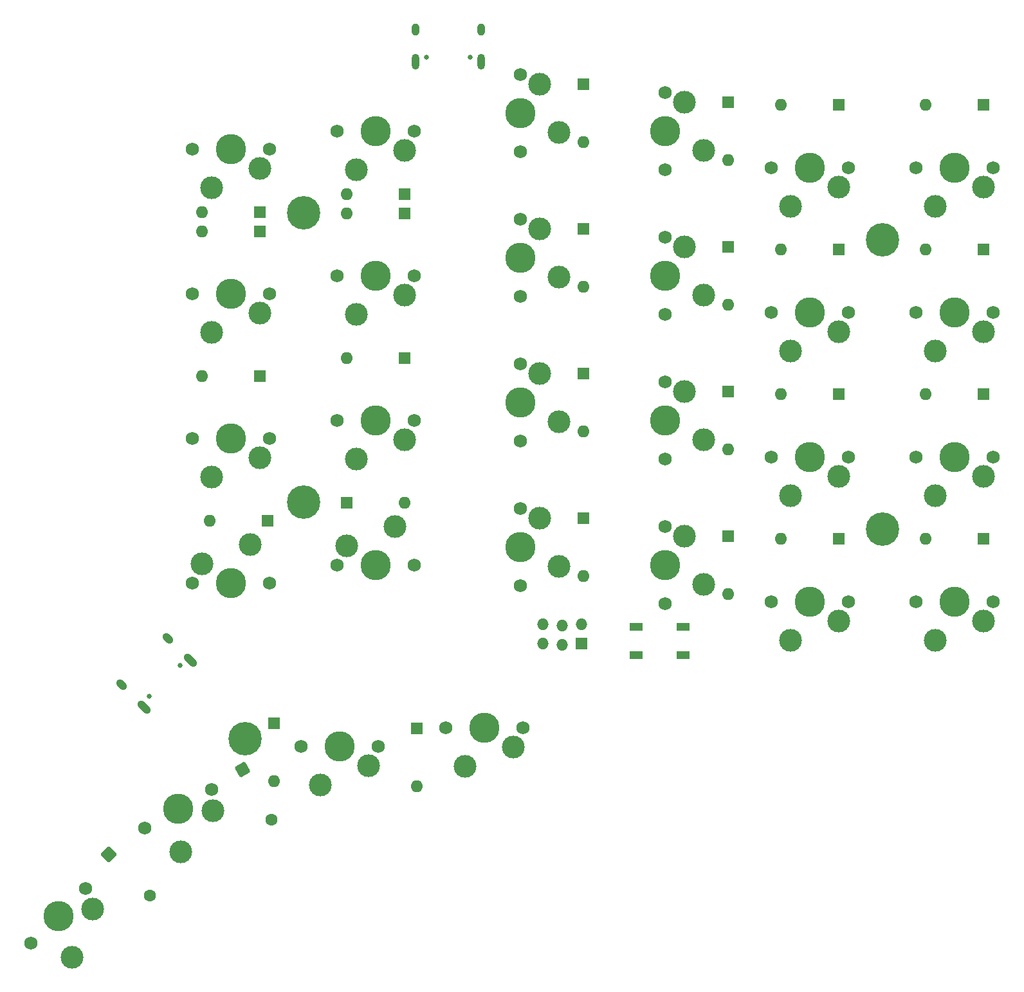
<source format=gbr>
%TF.GenerationSoftware,KiCad,Pcbnew,(6.0.7)*%
%TF.CreationDate,2022-09-06T15:05:26+03:00*%
%TF.ProjectId,retina-right,72657469-6e61-42d7-9269-6768742e6b69,1.0*%
%TF.SameCoordinates,Original*%
%TF.FileFunction,Soldermask,Top*%
%TF.FilePolarity,Negative*%
%FSLAX46Y46*%
G04 Gerber Fmt 4.6, Leading zero omitted, Abs format (unit mm)*
G04 Created by KiCad (PCBNEW (6.0.7)) date 2022-09-06 15:05:26*
%MOMM*%
%LPD*%
G01*
G04 APERTURE LIST*
G04 Aperture macros list*
%AMRoundRect*
0 Rectangle with rounded corners*
0 $1 Rounding radius*
0 $2 $3 $4 $5 $6 $7 $8 $9 X,Y pos of 4 corners*
0 Add a 4 corners polygon primitive as box body*
4,1,4,$2,$3,$4,$5,$6,$7,$8,$9,$2,$3,0*
0 Add four circle primitives for the rounded corners*
1,1,$1+$1,$2,$3*
1,1,$1+$1,$4,$5*
1,1,$1+$1,$6,$7*
1,1,$1+$1,$8,$9*
0 Add four rect primitives between the rounded corners*
20,1,$1+$1,$2,$3,$4,$5,0*
20,1,$1+$1,$4,$5,$6,$7,0*
20,1,$1+$1,$6,$7,$8,$9,0*
20,1,$1+$1,$8,$9,$2,$3,0*%
%AMHorizOval*
0 Thick line with rounded ends*
0 $1 width*
0 $2 $3 position (X,Y) of the first rounded end (center of the circle)*
0 $4 $5 position (X,Y) of the second rounded end (center of the circle)*
0 Add line between two ends*
20,1,$1,$2,$3,$4,$5,0*
0 Add two circle primitives to create the rounded ends*
1,1,$1,$2,$3*
1,1,$1,$4,$5*%
G04 Aperture macros list end*
%ADD10C,3.000000*%
%ADD11C,1.750000*%
%ADD12C,3.987800*%
%ADD13R,1.800000X1.100000*%
%ADD14R,1.524000X1.524000*%
%ADD15O,1.524000X1.524000*%
%ADD16C,0.700000*%
%ADD17C,4.400000*%
%ADD18RoundRect,0.240000X-0.560000X0.560000X-0.560000X-0.560000X0.560000X-0.560000X0.560000X0.560000X0*%
%ADD19O,1.600000X1.600000*%
%ADD20RoundRect,0.240000X0.560000X0.560000X-0.560000X0.560000X-0.560000X-0.560000X0.560000X-0.560000X0*%
%ADD21RoundRect,0.240000X-0.764974X0.204974X-0.204974X-0.764974X0.764974X-0.204974X0.204974X0.764974X0*%
%ADD22HorizOval,1.600000X0.000000X0.000000X0.000000X0.000000X0*%
%ADD23C,0.650000*%
%ADD24HorizOval,1.000000X-0.388909X0.388909X0.388909X-0.388909X0*%
%ADD25HorizOval,1.000000X-0.212132X0.212132X0.212132X-0.212132X0*%
%ADD26RoundRect,0.240000X-0.560000X-0.560000X0.560000X-0.560000X0.560000X0.560000X-0.560000X0.560000X0*%
%ADD27O,1.000000X1.600000*%
%ADD28O,1.000000X2.100000*%
%ADD29RoundRect,0.240000X-0.791960X0.000000X0.000000X-0.791960X0.791960X0.000000X0.000000X0.791960X0*%
%ADD30HorizOval,1.600000X0.000000X0.000000X0.000000X0.000000X0*%
G04 APERTURE END LIST*
D10*
%TO.C,MX23*%
X126889486Y-164405256D03*
D11*
X130948600Y-156195847D03*
X122149782Y-161275847D03*
D12*
X126549191Y-158735847D03*
D10*
X131118748Y-159030552D03*
%TD*%
%TO.C,MX26*%
X130962457Y-115093699D03*
D11*
X138582457Y-110013699D03*
X128422457Y-110013699D03*
D12*
X133502457Y-110013699D03*
D10*
X137312457Y-112553699D03*
%TD*%
D11*
%TO.C,MX9*%
X190652736Y-74612500D03*
D10*
X195732736Y-72072500D03*
D12*
X190652736Y-69532500D03*
D10*
X193192736Y-65722500D03*
D11*
X190652736Y-64452500D03*
%TD*%
D10*
%TO.C,MX12*%
X193192736Y-122872500D03*
D11*
X190652736Y-131762500D03*
X190652736Y-121602500D03*
D12*
X190652736Y-126682500D03*
D10*
X195732736Y-129222500D03*
%TD*%
D12*
%TO.C,MX17*%
X171602406Y-124301199D03*
D11*
X171602406Y-129381199D03*
X171602406Y-119221199D03*
D10*
X176682406Y-126841199D03*
X174142406Y-120491199D03*
%TD*%
D11*
%TO.C,MX2*%
X233832736Y-93345000D03*
D10*
X232562736Y-95885000D03*
D12*
X228752736Y-93345000D03*
D10*
X226212736Y-98425000D03*
D11*
X223672736Y-93345000D03*
%TD*%
D12*
%TO.C,MX28*%
X110755191Y-172880063D03*
D11*
X114347293Y-169287961D03*
D10*
X115245319Y-171982037D03*
D11*
X107163089Y-176472165D03*
D10*
X112551242Y-178268217D03*
%TD*%
%TO.C,MX22*%
X148742736Y-124142500D03*
D11*
X157632736Y-126682500D03*
D10*
X155092736Y-121602500D03*
D11*
X147472736Y-126682500D03*
D12*
X152552736Y-126682500D03*
%TD*%
D11*
%TO.C,MX18*%
X142712438Y-150494930D03*
D10*
X145252438Y-155574930D03*
D11*
X152872438Y-150494930D03*
D10*
X151602438Y-153034930D03*
D12*
X147792438Y-150494930D03*
%TD*%
D11*
%TO.C,MX11*%
X190652736Y-112712500D03*
D10*
X193192736Y-103822500D03*
X195732736Y-110172500D03*
D12*
X190652736Y-107632500D03*
D11*
X190652736Y-102552500D03*
%TD*%
D12*
%TO.C,MX10*%
X190652736Y-88582500D03*
D11*
X190652736Y-83502500D03*
X190652736Y-93662500D03*
D10*
X193192736Y-84772500D03*
X195732736Y-91122500D03*
%TD*%
D11*
%TO.C,MX3*%
X223672736Y-112395000D03*
D12*
X228752736Y-112395000D03*
D11*
X233832736Y-112395000D03*
D10*
X226212736Y-117475000D03*
X232562736Y-114935000D03*
%TD*%
D11*
%TO.C,MX4*%
X233832736Y-131445000D03*
D10*
X232562736Y-133985000D03*
D12*
X228752736Y-131445000D03*
D11*
X223672736Y-131445000D03*
D10*
X226212736Y-136525000D03*
%TD*%
D13*
%TO.C,SWP1*%
X186828500Y-134814700D03*
X193028500Y-134814700D03*
X193028500Y-138514700D03*
X186828500Y-138514700D03*
%TD*%
D12*
%TO.C,MX16*%
X171602406Y-105251199D03*
D11*
X171602406Y-110331199D03*
D10*
X176682406Y-107791199D03*
X174142406Y-101441199D03*
D11*
X171602406Y-100171199D03*
%TD*%
D10*
%TO.C,MX13*%
X164302422Y-153193682D03*
D11*
X171922422Y-148113682D03*
D10*
X170652422Y-150653682D03*
D11*
X161762422Y-148113682D03*
D12*
X166842422Y-148113682D03*
%TD*%
D10*
%TO.C,MX7*%
X207162736Y-117475000D03*
D11*
X204622736Y-112395000D03*
D12*
X209702736Y-112395000D03*
D10*
X213512736Y-114935000D03*
D11*
X214782736Y-112395000D03*
%TD*%
D12*
%TO.C,MX21*%
X152552736Y-107632500D03*
D10*
X156362736Y-110172500D03*
D11*
X147472736Y-107632500D03*
X157632736Y-107632500D03*
D10*
X150012736Y-112712500D03*
%TD*%
D11*
%TO.C,MX24*%
X138582446Y-71913742D03*
D10*
X130962446Y-76993742D03*
X137312446Y-74453742D03*
D12*
X133502446Y-71913742D03*
D11*
X128422446Y-71913742D03*
%TD*%
D12*
%TO.C,MX8*%
X209702736Y-131445000D03*
D11*
X204622736Y-131445000D03*
D10*
X213512736Y-133985000D03*
D11*
X214782736Y-131445000D03*
D10*
X207162736Y-136525000D03*
%TD*%
%TO.C,MX19*%
X150012736Y-74612500D03*
D11*
X157632736Y-69532500D03*
D10*
X156362736Y-72072500D03*
D12*
X152552736Y-69532500D03*
D11*
X147472736Y-69532500D03*
%TD*%
%TO.C,MX14*%
X171602406Y-72231250D03*
D10*
X174142406Y-63341250D03*
X176682406Y-69691250D03*
D11*
X171602406Y-62071250D03*
D12*
X171602406Y-67151250D03*
%TD*%
D11*
%TO.C,MX6*%
X204622736Y-93345000D03*
D10*
X213512736Y-95885000D03*
X207162736Y-98425000D03*
D11*
X214782736Y-93345000D03*
D12*
X209702736Y-93345000D03*
%TD*%
D11*
%TO.C,MX15*%
X171602406Y-81121225D03*
D10*
X174142406Y-82391225D03*
X176682406Y-88741225D03*
D12*
X171602406Y-86201225D03*
D11*
X171602406Y-91281225D03*
%TD*%
%TO.C,MX5*%
X214782736Y-74295000D03*
D10*
X207162736Y-79375000D03*
D11*
X204622736Y-74295000D03*
D10*
X213512736Y-76835000D03*
D12*
X209702736Y-74295000D03*
%TD*%
D11*
%TO.C,MX25*%
X128422446Y-90963727D03*
D10*
X130962446Y-96043727D03*
D11*
X138582446Y-90963727D03*
D12*
X133502446Y-90963727D03*
D10*
X137312446Y-93503727D03*
%TD*%
D11*
%TO.C,MX1*%
X233832736Y-74295000D03*
D12*
X228752736Y-74295000D03*
D11*
X223672736Y-74295000D03*
D10*
X232562736Y-76835000D03*
X226212736Y-79375000D03*
%TD*%
D12*
%TO.C,MX20*%
X152552736Y-88582500D03*
D10*
X150012736Y-93662500D03*
D11*
X157632736Y-88582500D03*
X147472736Y-88582500D03*
D10*
X156362736Y-91122500D03*
%TD*%
D12*
%TO.C,MX27*%
X133502457Y-129063699D03*
D10*
X129692457Y-126523699D03*
D11*
X128422457Y-129063699D03*
X138582457Y-129063699D03*
D10*
X136042457Y-123983699D03*
%TD*%
D14*
%TO.C,J1*%
X179609750Y-136994900D03*
D15*
X179609750Y-134454900D03*
X177069750Y-137121900D03*
X177069750Y-134581900D03*
X174529750Y-136994900D03*
X174529750Y-134454900D03*
%TD*%
D16*
%TO.C,H5*%
X134145760Y-148394824D03*
X136479212Y-150728276D03*
X133662486Y-149561550D03*
D17*
X135312486Y-149561550D03*
D16*
X136479212Y-148394824D03*
X135312486Y-151211550D03*
X134145760Y-150728276D03*
X135312486Y-147911550D03*
X136962486Y-149561550D03*
%TD*%
D18*
%TO.C,D16*%
X179877406Y-101441199D03*
D19*
X179877406Y-109061199D03*
%TD*%
D20*
%TO.C,D8*%
X213512736Y-123170000D03*
D19*
X205892736Y-123170000D03*
%TD*%
D18*
%TO.C,D17*%
X179877406Y-120491199D03*
D19*
X179877406Y-128111199D03*
%TD*%
D16*
%TO.C,H3*%
X143027745Y-119998136D03*
X143027745Y-116698136D03*
X144194471Y-117181410D03*
X144194471Y-119514862D03*
X141861019Y-119514862D03*
X141861019Y-117181410D03*
D17*
X143027745Y-118348136D03*
D16*
X144677745Y-118348136D03*
X141377745Y-118348136D03*
%TD*%
D18*
%TO.C,D14*%
X179877406Y-63341250D03*
D19*
X179877406Y-70961250D03*
%TD*%
D20*
%TO.C,D5*%
X213512736Y-66020000D03*
D19*
X205892736Y-66020000D03*
%TD*%
D20*
%TO.C,D26*%
X137312446Y-101738699D03*
D19*
X129692446Y-101738699D03*
%TD*%
D21*
%TO.C,D23*%
X135026400Y-153615293D03*
D22*
X138836400Y-160214407D03*
%TD*%
D20*
%TO.C,D6*%
X213512736Y-85070000D03*
D19*
X205892736Y-85070000D03*
%TD*%
D18*
%TO.C,D15*%
X179877406Y-82391225D03*
D19*
X179877406Y-90011225D03*
%TD*%
D20*
%TO.C,D3*%
X232562736Y-104120000D03*
D19*
X224942736Y-104120000D03*
%TD*%
D16*
%TO.C,H1*%
X220394471Y-82653283D03*
X218061019Y-82653283D03*
D17*
X219227745Y-83820009D03*
D16*
X217577745Y-83820009D03*
X220877745Y-83820009D03*
X218061019Y-84986735D03*
X219227745Y-85470009D03*
X219227745Y-82170009D03*
X220394471Y-84986735D03*
%TD*%
D18*
%TO.C,D9*%
X198927736Y-65722500D03*
D19*
X198927736Y-73342500D03*
%TD*%
D23*
%TO.C,USB2*%
X122679289Y-143949818D03*
X126766366Y-139862741D03*
D24*
X122042893Y-145335747D03*
D25*
X125196589Y-136270638D03*
X119087186Y-142380041D03*
D24*
X128152295Y-139226345D03*
%TD*%
D20*
%TO.C,D7*%
X213512736Y-104120000D03*
D19*
X205892736Y-104120000D03*
%TD*%
D26*
%TO.C,D22*%
X148742736Y-118407500D03*
D19*
X156362736Y-118407500D03*
%TD*%
D20*
%TO.C,D25*%
X137312446Y-82688727D03*
D19*
X129692446Y-82688727D03*
%TD*%
D18*
%TO.C,D11*%
X198927736Y-103822500D03*
D19*
X198927736Y-111442500D03*
%TD*%
D20*
%TO.C,D4*%
X232562736Y-123170000D03*
D19*
X224942736Y-123170000D03*
%TD*%
D18*
%TO.C,D12*%
X198927736Y-122872500D03*
D19*
X198927736Y-130492500D03*
%TD*%
D18*
%TO.C,D18*%
X139141200Y-147523200D03*
D19*
X139141200Y-155143200D03*
%TD*%
D16*
%TO.C,H4*%
X218061019Y-120753283D03*
X217577745Y-121920009D03*
X218061019Y-123086735D03*
X219227745Y-120270009D03*
X220877745Y-121920009D03*
X220394471Y-120753283D03*
X219227745Y-123570009D03*
X220394471Y-123086735D03*
D17*
X219227745Y-121920009D03*
%TD*%
D20*
%TO.C,D24*%
X137312446Y-80188742D03*
D19*
X129692446Y-80188742D03*
%TD*%
D20*
%TO.C,D21*%
X156362736Y-99357500D03*
D19*
X148742736Y-99357500D03*
%TD*%
D16*
%TO.C,H2*%
X141861019Y-79081410D03*
X144677745Y-80248136D03*
X141377745Y-80248136D03*
X141861019Y-81414862D03*
D17*
X143027745Y-80248136D03*
D16*
X144194471Y-79081410D03*
X143027745Y-78598136D03*
X143027745Y-81898136D03*
X144194471Y-81414862D03*
%TD*%
D20*
%TO.C,D19*%
X156362736Y-77807500D03*
D19*
X148742736Y-77807500D03*
%TD*%
D18*
%TO.C,D10*%
X198927736Y-84772500D03*
D19*
X198927736Y-92392500D03*
%TD*%
D20*
%TO.C,D20*%
X156362736Y-80307500D03*
D19*
X148742736Y-80307500D03*
%TD*%
D20*
%TO.C,D1*%
X232562736Y-66020000D03*
D19*
X224942736Y-66020000D03*
%TD*%
D18*
%TO.C,D13*%
X157965100Y-148132800D03*
D19*
X157965100Y-155752800D03*
%TD*%
D20*
%TO.C,D27*%
X138312451Y-120788709D03*
D19*
X130692451Y-120788709D03*
%TD*%
D20*
%TO.C,D2*%
X232562736Y-85070000D03*
D19*
X224942736Y-85070000D03*
%TD*%
D23*
%TO.C,USB1*%
X159187762Y-59801813D03*
X164967762Y-59801813D03*
D27*
X166397762Y-56151813D03*
D28*
X157757762Y-60331813D03*
D27*
X157757762Y-56151813D03*
D28*
X166397762Y-60331813D03*
%TD*%
D29*
%TO.C,D28*%
X117378073Y-164755423D03*
D30*
X122766227Y-170143577D03*
%TD*%
M02*

</source>
